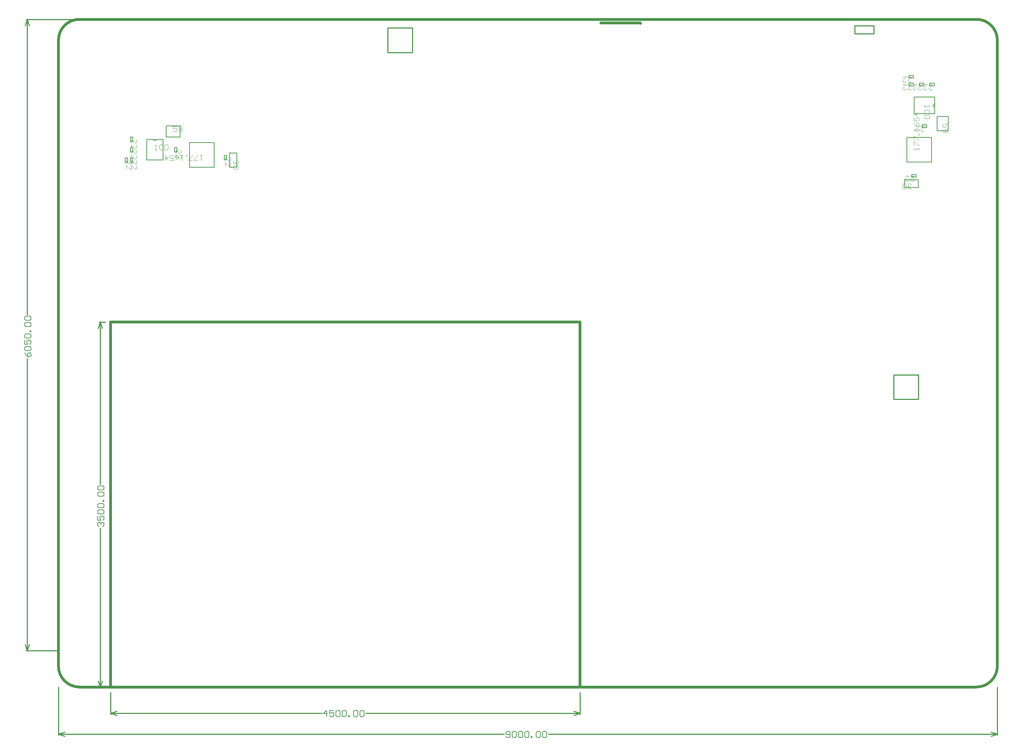
<source format=gm1>
%FSTAX25Y25*%
%MOIN*%
G70*
G01*
G75*
G04 Layer_Color=16711935*
%ADD10C,0.01575*%
G04:AMPARAMS|DCode=11|XSize=62.99mil|YSize=68.9mil|CornerRadius=15.75mil|HoleSize=0mil|Usage=FLASHONLY|Rotation=270.000|XOffset=0mil|YOffset=0mil|HoleType=Round|Shape=RoundedRectangle|*
%AMROUNDEDRECTD11*
21,1,0.06299,0.03740,0,0,270.0*
21,1,0.03150,0.06890,0,0,270.0*
1,1,0.03150,-0.01870,-0.01575*
1,1,0.03150,-0.01870,0.01575*
1,1,0.03150,0.01870,0.01575*
1,1,0.03150,0.01870,-0.01575*
%
%ADD11ROUNDEDRECTD11*%
%ADD12R,0.06890X0.06299*%
G04:AMPARAMS|DCode=13|XSize=35.43mil|YSize=31.5mil|CornerRadius=0mil|HoleSize=0mil|Usage=FLASHONLY|Rotation=225.000|XOffset=0mil|YOffset=0mil|HoleType=Round|Shape=Rectangle|*
%AMROTATEDRECTD13*
4,1,4,0.00139,0.02366,0.02366,0.00139,-0.00139,-0.02366,-0.02366,-0.00139,0.00139,0.02366,0.0*
%
%ADD13ROTATEDRECTD13*%

%ADD14R,0.03543X0.02756*%
%ADD15R,0.03543X0.03150*%
%ADD16R,0.03150X0.03543*%
%ADD17R,0.02756X0.03543*%
%ADD18R,0.05512X0.04331*%
G04:AMPARAMS|DCode=19|XSize=35.43mil|YSize=27.56mil|CornerRadius=0mil|HoleSize=0mil|Usage=FLASHONLY|Rotation=225.000|XOffset=0mil|YOffset=0mil|HoleType=Round|Shape=Rectangle|*
%AMROTATEDRECTD19*
4,1,4,0.00278,0.02227,0.02227,0.00278,-0.00278,-0.02227,-0.02227,-0.00278,0.00278,0.02227,0.0*
%
%ADD19ROTATEDRECTD19*%

%ADD20O,0.07874X0.01969*%
%ADD21O,0.00984X0.03150*%
%ADD22O,0.03150X0.00984*%
%ADD23R,0.07087X0.07087*%
%ADD24R,0.04331X0.06693*%
%ADD25R,0.07087X0.07874*%
G04:AMPARAMS|DCode=26|XSize=70.87mil|YSize=78.74mil|CornerRadius=17.72mil|HoleSize=0mil|Usage=FLASHONLY|Rotation=180.000|XOffset=0mil|YOffset=0mil|HoleType=Round|Shape=RoundedRectangle|*
%AMROUNDEDRECTD26*
21,1,0.07087,0.04331,0,0,180.0*
21,1,0.03543,0.07874,0,0,180.0*
1,1,0.03543,-0.01772,0.02165*
1,1,0.03543,0.01772,0.02165*
1,1,0.03543,0.01772,-0.02165*
1,1,0.03543,-0.01772,-0.02165*
%
%ADD26ROUNDEDRECTD26*%
%ADD27R,0.04331X0.05512*%
%ADD28R,0.29528X0.29528*%
G04:AMPARAMS|DCode=29|XSize=35.43mil|YSize=27.56mil|CornerRadius=0mil|HoleSize=0mil|Usage=FLASHONLY|Rotation=315.000|XOffset=0mil|YOffset=0mil|HoleType=Round|Shape=Rectangle|*
%AMROTATEDRECTD29*
4,1,4,-0.02227,0.00278,-0.00278,0.02227,0.02227,-0.00278,0.00278,-0.02227,-0.02227,0.00278,0.0*
%
%ADD29ROTATEDRECTD29*%

G04:AMPARAMS|DCode=30|XSize=39.37mil|YSize=61.02mil|CornerRadius=9.84mil|HoleSize=0mil|Usage=FLASHONLY|Rotation=225.000|XOffset=0mil|YOffset=0mil|HoleType=Round|Shape=RoundedRectangle|*
%AMROUNDEDRECTD30*
21,1,0.03937,0.04134,0,0,225.0*
21,1,0.01969,0.06102,0,0,225.0*
1,1,0.01969,-0.02158,0.00766*
1,1,0.01969,-0.00766,0.02158*
1,1,0.01969,0.02158,-0.00766*
1,1,0.01969,0.00766,-0.02158*
%
%ADD30ROUNDEDRECTD30*%
G04:AMPARAMS|DCode=31|XSize=39.37mil|YSize=61.02mil|CornerRadius=0mil|HoleSize=0mil|Usage=FLASHONLY|Rotation=225.000|XOffset=0mil|YOffset=0mil|HoleType=Round|Shape=Rectangle|*
%AMROTATEDRECTD31*
4,1,4,-0.00766,0.03550,0.03550,-0.00766,0.00766,-0.03550,-0.03550,0.00766,-0.00766,0.03550,0.0*
%
%ADD31ROTATEDRECTD31*%

G04:AMPARAMS|DCode=32|XSize=35.43mil|YSize=31.5mil|CornerRadius=0mil|HoleSize=0mil|Usage=FLASHONLY|Rotation=315.000|XOffset=0mil|YOffset=0mil|HoleType=Round|Shape=Rectangle|*
%AMROTATEDRECTD32*
4,1,4,-0.02366,0.00139,-0.00139,0.02366,0.02366,-0.00139,0.00139,-0.02366,-0.02366,0.00139,0.0*
%
%ADD32ROTATEDRECTD32*%

G04:AMPARAMS|DCode=33|XSize=39.37mil|YSize=61.02mil|CornerRadius=9.84mil|HoleSize=0mil|Usage=FLASHONLY|Rotation=135.000|XOffset=0mil|YOffset=0mil|HoleType=Round|Shape=RoundedRectangle|*
%AMROUNDEDRECTD33*
21,1,0.03937,0.04134,0,0,135.0*
21,1,0.01969,0.06102,0,0,135.0*
1,1,0.01969,0.00766,0.02158*
1,1,0.01969,0.02158,0.00766*
1,1,0.01969,-0.00766,-0.02158*
1,1,0.01969,-0.02158,-0.00766*
%
%ADD33ROUNDEDRECTD33*%
G04:AMPARAMS|DCode=34|XSize=39.37mil|YSize=61.02mil|CornerRadius=0mil|HoleSize=0mil|Usage=FLASHONLY|Rotation=135.000|XOffset=0mil|YOffset=0mil|HoleType=Round|Shape=Rectangle|*
%AMROTATEDRECTD34*
4,1,4,0.03550,0.00766,-0.00766,-0.03550,-0.03550,-0.00766,0.00766,0.03550,0.03550,0.00766,0.0*
%
%ADD34ROTATEDRECTD34*%

%ADD35O,0.07087X0.00984*%
%ADD36R,0.04400X0.10600*%
G04:AMPARAMS|DCode=37|XSize=39.37mil|YSize=72.84mil|CornerRadius=9.84mil|HoleSize=0mil|Usage=FLASHONLY|Rotation=90.000|XOffset=0mil|YOffset=0mil|HoleType=Round|Shape=RoundedRectangle|*
%AMROUNDEDRECTD37*
21,1,0.03937,0.05315,0,0,90.0*
21,1,0.01969,0.07284,0,0,90.0*
1,1,0.01969,0.02658,0.00984*
1,1,0.01969,0.02658,-0.00984*
1,1,0.01969,-0.02658,-0.00984*
1,1,0.01969,-0.02658,0.00984*
%
%ADD37ROUNDEDRECTD37*%
%ADD38R,0.07284X0.03937*%
%ADD39R,0.07284X0.13780*%
%ADD40R,0.06693X0.04331*%
%ADD41R,0.10600X0.04400*%
G04:AMPARAMS|DCode=42|XSize=70.87mil|YSize=78.74mil|CornerRadius=17.72mil|HoleSize=0mil|Usage=FLASHONLY|Rotation=90.000|XOffset=0mil|YOffset=0mil|HoleType=Round|Shape=RoundedRectangle|*
%AMROUNDEDRECTD42*
21,1,0.07087,0.04331,0,0,90.0*
21,1,0.03543,0.07874,0,0,90.0*
1,1,0.03543,0.02165,0.01772*
1,1,0.03543,0.02165,-0.01772*
1,1,0.03543,-0.02165,-0.01772*
1,1,0.03543,-0.02165,0.01772*
%
%ADD42ROUNDEDRECTD42*%
%ADD43R,0.07874X0.07087*%
%ADD44O,0.09449X0.01772*%
%ADD45O,0.07874X0.01378*%
%ADD46R,0.07874X0.23622*%
%ADD47R,0.02400X0.02200*%
%ADD48R,0.09400X0.12200*%
%ADD49R,0.07800X0.01814*%
%ADD50R,0.07100X0.04400*%
%ADD51R,0.02200X0.02400*%
%ADD52R,0.23622X0.07874*%
G04:AMPARAMS|DCode=53|XSize=27.56mil|YSize=51.18mil|CornerRadius=6.89mil|HoleSize=0mil|Usage=FLASHONLY|Rotation=0.000|XOffset=0mil|YOffset=0mil|HoleType=Round|Shape=RoundedRectangle|*
%AMROUNDEDRECTD53*
21,1,0.02756,0.03740,0,0,0.0*
21,1,0.01378,0.05118,0,0,0.0*
1,1,0.01378,0.00689,-0.01870*
1,1,0.01378,-0.00689,-0.01870*
1,1,0.01378,-0.00689,0.01870*
1,1,0.01378,0.00689,0.01870*
%
%ADD53ROUNDEDRECTD53*%
%ADD54R,0.02756X0.05118*%
%ADD55R,0.02756X0.07087*%
G04:AMPARAMS|DCode=56|XSize=27.56mil|YSize=70.87mil|CornerRadius=6.89mil|HoleSize=0mil|Usage=FLASHONLY|Rotation=180.000|XOffset=0mil|YOffset=0mil|HoleType=Round|Shape=RoundedRectangle|*
%AMROUNDEDRECTD56*
21,1,0.02756,0.05709,0,0,180.0*
21,1,0.01378,0.07087,0,0,180.0*
1,1,0.01378,-0.00689,0.02854*
1,1,0.01378,0.00689,0.02854*
1,1,0.01378,0.00689,-0.02854*
1,1,0.01378,-0.00689,-0.02854*
%
%ADD56ROUNDEDRECTD56*%
G04:AMPARAMS|DCode=57|XSize=31.5mil|YSize=15.75mil|CornerRadius=3.94mil|HoleSize=0mil|Usage=FLASHONLY|Rotation=180.000|XOffset=0mil|YOffset=0mil|HoleType=Round|Shape=RoundedRectangle|*
%AMROUNDEDRECTD57*
21,1,0.03150,0.00787,0,0,180.0*
21,1,0.02362,0.01575,0,0,180.0*
1,1,0.00787,-0.01181,0.00394*
1,1,0.00787,0.01181,0.00394*
1,1,0.00787,0.01181,-0.00394*
1,1,0.00787,-0.01181,-0.00394*
%
%ADD57ROUNDEDRECTD57*%
G04:AMPARAMS|DCode=58|XSize=31.5mil|YSize=15.75mil|CornerRadius=3.94mil|HoleSize=0mil|Usage=FLASHONLY|Rotation=90.000|XOffset=0mil|YOffset=0mil|HoleType=Round|Shape=RoundedRectangle|*
%AMROUNDEDRECTD58*
21,1,0.03150,0.00787,0,0,90.0*
21,1,0.02362,0.01575,0,0,90.0*
1,1,0.00787,0.00394,0.01181*
1,1,0.00787,0.00394,-0.01181*
1,1,0.00787,-0.00394,-0.01181*
1,1,0.00787,-0.00394,0.01181*
%
%ADD58ROUNDEDRECTD58*%
%ADD59R,0.04400X0.07100*%
%ADD60R,0.12200X0.09400*%
%ADD61R,0.01814X0.07800*%
%ADD62R,0.07087X0.02756*%
G04:AMPARAMS|DCode=63|XSize=27.56mil|YSize=70.87mil|CornerRadius=6.89mil|HoleSize=0mil|Usage=FLASHONLY|Rotation=90.000|XOffset=0mil|YOffset=0mil|HoleType=Round|Shape=RoundedRectangle|*
%AMROUNDEDRECTD63*
21,1,0.02756,0.05709,0,0,90.0*
21,1,0.01378,0.07087,0,0,90.0*
1,1,0.01378,0.02854,0.00689*
1,1,0.01378,0.02854,-0.00689*
1,1,0.01378,-0.02854,-0.00689*
1,1,0.01378,-0.02854,0.00689*
%
%ADD63ROUNDEDRECTD63*%
%ADD64R,0.06299X0.06890*%
%ADD65C,0.02500*%
%ADD66C,0.01000*%
%ADD67C,0.09400*%
%ADD68C,0.19685*%
%ADD69C,0.09449*%
%ADD70C,0.06800*%
%ADD71C,0.20000*%
%ADD72C,0.04724*%
%ADD73C,0.06000*%
%ADD74R,0.05906X0.05906*%
%ADD75C,0.05906*%
%ADD76R,0.05906X0.05906*%
%ADD77C,0.07087*%
%ADD78C,0.23622*%
%ADD79C,0.02598*%
%ADD80C,0.04000*%
%ADD81C,0.10200*%
%ADD82C,0.17779*%
%ADD83C,0.11087*%
%ADD84C,0.08200*%
%ADD85C,0.17000*%
%ADD86C,0.07150*%
%ADD87C,0.08724*%
%ADD88C,0.07543*%
%ADD89C,0.07937*%
%ADD90C,0.05299*%
%ADD91C,0.00984*%
%ADD92C,0.02362*%
%ADD93C,0.00600*%
%ADD94C,0.02000*%
%ADD95C,0.00787*%
%ADD96C,0.00800*%
%ADD97C,0.00300*%
%ADD98R,0.02165X0.05512*%
%ADD99R,0.05512X0.02165*%
G04:AMPARAMS|DCode=100|XSize=70.99mil|YSize=76.9mil|CornerRadius=17.75mil|HoleSize=0mil|Usage=FLASHONLY|Rotation=270.000|XOffset=0mil|YOffset=0mil|HoleType=Round|Shape=RoundedRectangle|*
%AMROUNDEDRECTD100*
21,1,0.07099,0.04140,0,0,270.0*
21,1,0.03550,0.07690,0,0,270.0*
1,1,0.03550,-0.02070,-0.01775*
1,1,0.03550,-0.02070,0.01775*
1,1,0.03550,0.02070,0.01775*
1,1,0.03550,0.02070,-0.01775*
%
%ADD100ROUNDEDRECTD100*%
%ADD101R,0.07690X0.07099*%
G04:AMPARAMS|DCode=102|XSize=43.43mil|YSize=39.5mil|CornerRadius=0mil|HoleSize=0mil|Usage=FLASHONLY|Rotation=225.000|XOffset=0mil|YOffset=0mil|HoleType=Round|Shape=Rectangle|*
%AMROTATEDRECTD102*
4,1,4,0.00139,0.02932,0.02932,0.00139,-0.00139,-0.02932,-0.02932,-0.00139,0.00139,0.02932,0.0*
%
%ADD102ROTATEDRECTD102*%

%ADD103R,0.04343X0.03556*%
%ADD104R,0.04343X0.03950*%
%ADD105R,0.03950X0.04343*%
%ADD106R,0.03556X0.04343*%
%ADD107R,0.06312X0.05131*%
G04:AMPARAMS|DCode=108|XSize=43.43mil|YSize=35.56mil|CornerRadius=0mil|HoleSize=0mil|Usage=FLASHONLY|Rotation=225.000|XOffset=0mil|YOffset=0mil|HoleType=Round|Shape=Rectangle|*
%AMROTATEDRECTD108*
4,1,4,0.00278,0.02793,0.02793,0.00278,-0.00278,-0.02793,-0.02793,-0.00278,0.00278,0.02793,0.0*
%
%ADD108ROTATEDRECTD108*%

%ADD109O,0.08674X0.02769*%
%ADD110O,0.01784X0.03950*%
%ADD111O,0.03950X0.01784*%
%ADD112R,0.07887X0.07887*%
%ADD113R,0.05131X0.07493*%
%ADD114R,0.07887X0.08674*%
G04:AMPARAMS|DCode=115|XSize=78.87mil|YSize=86.74mil|CornerRadius=19.72mil|HoleSize=0mil|Usage=FLASHONLY|Rotation=180.000|XOffset=0mil|YOffset=0mil|HoleType=Round|Shape=RoundedRectangle|*
%AMROUNDEDRECTD115*
21,1,0.07887,0.04731,0,0,180.0*
21,1,0.03943,0.08674,0,0,180.0*
1,1,0.03943,-0.01972,0.02365*
1,1,0.03943,0.01972,0.02365*
1,1,0.03943,0.01972,-0.02365*
1,1,0.03943,-0.01972,-0.02365*
%
%ADD115ROUNDEDRECTD115*%
%ADD116R,0.05131X0.06312*%
%ADD117R,0.30328X0.30328*%
G04:AMPARAMS|DCode=118|XSize=43.43mil|YSize=35.56mil|CornerRadius=0mil|HoleSize=0mil|Usage=FLASHONLY|Rotation=315.000|XOffset=0mil|YOffset=0mil|HoleType=Round|Shape=Rectangle|*
%AMROTATEDRECTD118*
4,1,4,-0.02793,0.00278,-0.00278,0.02793,0.02793,-0.00278,0.00278,-0.02793,-0.02793,0.00278,0.0*
%
%ADD118ROTATEDRECTD118*%

G04:AMPARAMS|DCode=119|XSize=47.37mil|YSize=69.02mil|CornerRadius=11.84mil|HoleSize=0mil|Usage=FLASHONLY|Rotation=225.000|XOffset=0mil|YOffset=0mil|HoleType=Round|Shape=RoundedRectangle|*
%AMROUNDEDRECTD119*
21,1,0.04737,0.04534,0,0,225.0*
21,1,0.02369,0.06902,0,0,225.0*
1,1,0.02369,-0.02440,0.00766*
1,1,0.02369,-0.00766,0.02440*
1,1,0.02369,0.02440,-0.00766*
1,1,0.02369,0.00766,-0.02440*
%
%ADD119ROUNDEDRECTD119*%
G04:AMPARAMS|DCode=120|XSize=47.37mil|YSize=69.02mil|CornerRadius=0mil|HoleSize=0mil|Usage=FLASHONLY|Rotation=225.000|XOffset=0mil|YOffset=0mil|HoleType=Round|Shape=Rectangle|*
%AMROTATEDRECTD120*
4,1,4,-0.00766,0.04115,0.04115,-0.00766,0.00766,-0.04115,-0.04115,0.00766,-0.00766,0.04115,0.0*
%
%ADD120ROTATEDRECTD120*%

G04:AMPARAMS|DCode=121|XSize=43.43mil|YSize=39.5mil|CornerRadius=0mil|HoleSize=0mil|Usage=FLASHONLY|Rotation=315.000|XOffset=0mil|YOffset=0mil|HoleType=Round|Shape=Rectangle|*
%AMROTATEDRECTD121*
4,1,4,-0.02932,0.00139,-0.00139,0.02932,0.02932,-0.00139,0.00139,-0.02932,-0.02932,0.00139,0.0*
%
%ADD121ROTATEDRECTD121*%

G04:AMPARAMS|DCode=122|XSize=47.37mil|YSize=69.02mil|CornerRadius=11.84mil|HoleSize=0mil|Usage=FLASHONLY|Rotation=135.000|XOffset=0mil|YOffset=0mil|HoleType=Round|Shape=RoundedRectangle|*
%AMROUNDEDRECTD122*
21,1,0.04737,0.04534,0,0,135.0*
21,1,0.02369,0.06902,0,0,135.0*
1,1,0.02369,0.00766,0.02440*
1,1,0.02369,0.02440,0.00766*
1,1,0.02369,-0.00766,-0.02440*
1,1,0.02369,-0.02440,-0.00766*
%
%ADD122ROUNDEDRECTD122*%
G04:AMPARAMS|DCode=123|XSize=47.37mil|YSize=69.02mil|CornerRadius=0mil|HoleSize=0mil|Usage=FLASHONLY|Rotation=135.000|XOffset=0mil|YOffset=0mil|HoleType=Round|Shape=Rectangle|*
%AMROTATEDRECTD123*
4,1,4,0.04115,0.00766,-0.00766,-0.04115,-0.04115,-0.00766,0.00766,0.04115,0.04115,0.00766,0.0*
%
%ADD123ROTATEDRECTD123*%

%ADD124O,0.07887X0.01784*%
%ADD125R,0.05200X0.11400*%
G04:AMPARAMS|DCode=126|XSize=47.37mil|YSize=80.83mil|CornerRadius=11.84mil|HoleSize=0mil|Usage=FLASHONLY|Rotation=90.000|XOffset=0mil|YOffset=0mil|HoleType=Round|Shape=RoundedRectangle|*
%AMROUNDEDRECTD126*
21,1,0.04737,0.05715,0,0,90.0*
21,1,0.02369,0.08083,0,0,90.0*
1,1,0.02369,0.02858,0.01184*
1,1,0.02369,0.02858,-0.01184*
1,1,0.02369,-0.02858,-0.01184*
1,1,0.02369,-0.02858,0.01184*
%
%ADD126ROUNDEDRECTD126*%
%ADD127R,0.08083X0.04737*%
%ADD128R,0.08083X0.14579*%
%ADD129R,0.07493X0.05131*%
%ADD130R,0.11400X0.05200*%
G04:AMPARAMS|DCode=131|XSize=78.87mil|YSize=86.74mil|CornerRadius=19.72mil|HoleSize=0mil|Usage=FLASHONLY|Rotation=90.000|XOffset=0mil|YOffset=0mil|HoleType=Round|Shape=RoundedRectangle|*
%AMROUNDEDRECTD131*
21,1,0.07887,0.04731,0,0,90.0*
21,1,0.03943,0.08674,0,0,90.0*
1,1,0.03943,0.02365,0.01972*
1,1,0.03943,0.02365,-0.01972*
1,1,0.03943,-0.02365,-0.01972*
1,1,0.03943,-0.02365,0.01972*
%
%ADD131ROUNDEDRECTD131*%
%ADD132R,0.08674X0.07887*%
%ADD133O,0.10249X0.02572*%
%ADD134O,0.08674X0.02178*%
%ADD135R,0.08674X0.24422*%
%ADD136R,0.03200X0.03000*%
%ADD137R,0.10200X0.13000*%
%ADD138R,0.08600X0.02614*%
%ADD139R,0.07900X0.05200*%
%ADD140R,0.03000X0.03200*%
%ADD141R,0.24422X0.08674*%
G04:AMPARAMS|DCode=142|XSize=35.56mil|YSize=59.18mil|CornerRadius=8.89mil|HoleSize=0mil|Usage=FLASHONLY|Rotation=0.000|XOffset=0mil|YOffset=0mil|HoleType=Round|Shape=RoundedRectangle|*
%AMROUNDEDRECTD142*
21,1,0.03556,0.04140,0,0,0.0*
21,1,0.01778,0.05918,0,0,0.0*
1,1,0.01778,0.00889,-0.02070*
1,1,0.01778,-0.00889,-0.02070*
1,1,0.01778,-0.00889,0.02070*
1,1,0.01778,0.00889,0.02070*
%
%ADD142ROUNDEDRECTD142*%
%ADD143R,0.03556X0.05918*%
%ADD144R,0.03556X0.07887*%
G04:AMPARAMS|DCode=145|XSize=35.56mil|YSize=78.87mil|CornerRadius=8.89mil|HoleSize=0mil|Usage=FLASHONLY|Rotation=180.000|XOffset=0mil|YOffset=0mil|HoleType=Round|Shape=RoundedRectangle|*
%AMROUNDEDRECTD145*
21,1,0.03556,0.06109,0,0,180.0*
21,1,0.01778,0.07887,0,0,180.0*
1,1,0.01778,-0.00889,0.03054*
1,1,0.01778,0.00889,0.03054*
1,1,0.01778,0.00889,-0.03054*
1,1,0.01778,-0.00889,-0.03054*
%
%ADD145ROUNDEDRECTD145*%
G04:AMPARAMS|DCode=146|XSize=39.5mil|YSize=23.75mil|CornerRadius=5.94mil|HoleSize=0mil|Usage=FLASHONLY|Rotation=180.000|XOffset=0mil|YOffset=0mil|HoleType=Round|Shape=RoundedRectangle|*
%AMROUNDEDRECTD146*
21,1,0.03950,0.01187,0,0,180.0*
21,1,0.02762,0.02375,0,0,180.0*
1,1,0.01187,-0.01381,0.00594*
1,1,0.01187,0.01381,0.00594*
1,1,0.01187,0.01381,-0.00594*
1,1,0.01187,-0.01381,-0.00594*
%
%ADD146ROUNDEDRECTD146*%
G04:AMPARAMS|DCode=147|XSize=39.5mil|YSize=23.75mil|CornerRadius=5.94mil|HoleSize=0mil|Usage=FLASHONLY|Rotation=90.000|XOffset=0mil|YOffset=0mil|HoleType=Round|Shape=RoundedRectangle|*
%AMROUNDEDRECTD147*
21,1,0.03950,0.01187,0,0,90.0*
21,1,0.02762,0.02375,0,0,90.0*
1,1,0.01187,0.00594,0.01381*
1,1,0.01187,0.00594,-0.01381*
1,1,0.01187,-0.00594,-0.01381*
1,1,0.01187,-0.00594,0.01381*
%
%ADD147ROUNDEDRECTD147*%
%ADD148R,0.05200X0.07900*%
%ADD149R,0.13000X0.10200*%
%ADD150R,0.02614X0.08600*%
%ADD151R,0.07887X0.03556*%
G04:AMPARAMS|DCode=152|XSize=35.56mil|YSize=78.87mil|CornerRadius=8.89mil|HoleSize=0mil|Usage=FLASHONLY|Rotation=90.000|XOffset=0mil|YOffset=0mil|HoleType=Round|Shape=RoundedRectangle|*
%AMROUNDEDRECTD152*
21,1,0.03556,0.06109,0,0,90.0*
21,1,0.01778,0.07887,0,0,90.0*
1,1,0.01778,0.03054,0.00889*
1,1,0.01778,0.03054,-0.00889*
1,1,0.01778,-0.03054,-0.00889*
1,1,0.01778,-0.03054,0.00889*
%
%ADD152ROUNDEDRECTD152*%
%ADD153R,0.07099X0.07690*%
%ADD154C,0.20485*%
%ADD155C,0.10249*%
%ADD156C,0.07600*%
%ADD157C,0.20800*%
%ADD158C,0.05524*%
%ADD159R,0.06706X0.06706*%
%ADD160C,0.06706*%
%ADD161R,0.06706X0.06706*%
%ADD162C,0.07887*%
%ADD163C,0.24422*%
%ADD164C,0.03398*%
D65*
X098Y01D02*
G03*
X1Y012I0J002D01*
G01*
Y072D02*
G03*
X098Y074I-002J0D01*
G01*
X012D02*
G03*
X01Y072I0J-002D01*
G01*
Y012D02*
G03*
X012Y01I002J0D01*
G01*
X1Y057D02*
Y072D01*
Y012D02*
Y027D01*
X01Y071D02*
Y072D01*
X1Y027D02*
Y057D01*
X0657598Y0736654D02*
X0657992Y073626D01*
X0619803Y0736654D02*
X0657598D01*
X015Y01D02*
Y045D01*
Y01D02*
X06D01*
Y045D01*
X015D02*
X06D01*
X068Y01D02*
X098D01*
X1Y012D02*
Y057D01*
X012Y01D02*
X068D01*
X012Y074D02*
X098D01*
X01Y012D02*
Y071D01*
D66*
X0139Y045D02*
X0145D01*
X0121Y01D02*
X0141D01*
X014Y0294494D02*
Y045D01*
Y01D02*
Y0252306D01*
X0138Y0444D02*
X014Y045D01*
X0142Y0444D01*
X014Y01D02*
X0142Y0106D01*
X0138D02*
X014Y01D01*
X06Y0074D02*
Y0095D01*
X015Y0074D02*
Y0095D01*
X0394494Y0075D02*
X06D01*
X015D02*
X0352306D01*
X0594Y0077D02*
X06Y0075D01*
X0594Y0073D02*
X06Y0075D01*
X015D02*
X0156Y0073D01*
X015Y0075D02*
X0156Y0077D01*
X0069Y074D02*
X0115D01*
X0069Y0135D02*
X01D01*
X007Y0456994D02*
Y074D01*
Y0135D02*
Y0414806D01*
X0068Y0734D02*
X007Y074D01*
X0072Y0734D01*
X007Y0135D02*
X0072Y0141D01*
X0068D02*
X007Y0135D01*
X1Y0054D02*
Y01D01*
X01Y0054D02*
Y01D01*
X0569494Y0055D02*
X1D01*
X01D02*
X0527306D01*
X0994Y0057D02*
X1Y0055D01*
X0994Y0053D02*
X1Y0055D01*
X01D02*
X0106Y0053D01*
X01Y0055D02*
X0106Y0057D01*
X0900689Y0375689D02*
Y0399311D01*
Y0375689D02*
X0924311D01*
Y0399311D01*
X0900689D02*
X0924311D01*
X0415689Y0708189D02*
X0439311D01*
Y0731811D01*
X0415689D02*
X0439311D01*
X0415689Y0708189D02*
Y0731811D01*
X0863445Y0726063D02*
Y0733937D01*
X0881555D01*
Y0726063D02*
Y0733937D01*
X0863445Y0726063D02*
X0881555D01*
D93*
X0191192Y062485D02*
G03*
X0193808Y062485I0001308J0D01*
G01*
X093985Y0658808D02*
G03*
X093985Y0656192I0J-0001308D01*
G01*
X02033Y06272D02*
Y06378D01*
Y06272D02*
X02167D01*
Y06378D01*
X02033D02*
X02167D01*
X09422Y06467D02*
X09528D01*
X09422Y06333D02*
Y06467D01*
Y06333D02*
X09528D01*
Y06467D01*
X0225689Y0598189D02*
X0249311D01*
X0225689D02*
Y0621811D01*
X0249311D01*
Y0598189D02*
Y0621811D01*
X02113Y061715D02*
X02137D01*
X02113Y061285D02*
Y061715D01*
Y061285D02*
X02137D01*
Y061715D01*
X018465Y062485D02*
X020035D01*
Y060515D02*
Y062485D01*
X018465Y060515D02*
X020035D01*
X018465D02*
Y062485D01*
X01688Y062715D02*
X01712D01*
X01688Y062285D02*
Y062715D01*
Y062285D02*
X01712D01*
Y062715D01*
X01688Y061715D02*
X01712D01*
X01688Y061285D02*
Y061715D01*
Y061285D02*
X01712D01*
Y061715D01*
X01638Y060715D02*
X01662D01*
X01638Y060285D02*
Y060715D01*
Y060285D02*
X01662D01*
Y060715D01*
X01688D02*
X01712D01*
X01688Y060285D02*
Y060715D01*
Y060285D02*
X01712D01*
Y060715D01*
X02588Y060965D02*
X02612D01*
X02588Y060535D02*
Y060965D01*
Y060535D02*
X02612D01*
Y060965D01*
X027105Y05983D02*
Y06117D01*
X026395Y05983D02*
X027105D01*
X026395D02*
Y06117D01*
X027105D01*
X093215Y06363D02*
Y06387D01*
X092785D02*
X093215D01*
X092785Y06363D02*
Y06387D01*
Y06363D02*
X093215D01*
X0913189Y0603189D02*
Y0626811D01*
X0936811D01*
Y0603189D02*
Y0626811D01*
X0913189Y0603189D02*
X0936811D01*
X091965Y06838D02*
Y06862D01*
X091535D02*
X091965D01*
X091535Y06838D02*
Y06862D01*
Y06838D02*
X091965D01*
Y06763D02*
Y06787D01*
X091535D02*
X091965D01*
X091535Y06763D02*
Y06787D01*
Y06763D02*
X091965D01*
X092965D02*
Y06787D01*
X092535D02*
X092965D01*
X092535Y06763D02*
Y06787D01*
Y06763D02*
X092965D01*
X093965D02*
Y06787D01*
X093535D02*
X093965D01*
X093535Y06763D02*
Y06787D01*
Y06763D02*
X093965D01*
X09108Y057895D02*
X09242D01*
X09108D02*
Y058605D01*
X09242D01*
Y057895D02*
Y058605D01*
X092215Y05888D02*
Y05912D01*
X091785D02*
X092215D01*
X091785Y05888D02*
Y05912D01*
Y05888D02*
X092215D01*
X093985Y064965D02*
Y066535D01*
X092015Y064965D02*
X093985D01*
X092015D02*
Y066535D01*
X093985D01*
X0138601Y0253906D02*
X0137601Y0254906D01*
Y0256905D01*
X0138601Y0257905D01*
X01396D01*
X01406Y0256905D01*
Y0255906D01*
Y0256905D01*
X01416Y0257905D01*
X0142599D01*
X0143599Y0256905D01*
Y0254906D01*
X0142599Y0253906D01*
X0137601Y0263903D02*
Y0259904D01*
X01406D01*
X01396Y0261904D01*
Y0262903D01*
X01406Y0263903D01*
X0142599D01*
X0143599Y0262903D01*
Y0260904D01*
X0142599Y0259904D01*
X0138601Y0265902D02*
X0137601Y0266902D01*
Y0268901D01*
X0138601Y0269901D01*
X0142599D01*
X0143599Y0268901D01*
Y0266902D01*
X0142599Y0265902D01*
X0138601D01*
Y0271901D02*
X0137601Y02729D01*
Y02749D01*
X0138601Y0275899D01*
X0142599D01*
X0143599Y02749D01*
Y02729D01*
X0142599Y0271901D01*
X0138601D01*
X0143599Y0277899D02*
X0142599D01*
Y0278898D01*
X0143599D01*
Y0277899D01*
X0138601Y0282897D02*
X0137601Y0283897D01*
Y0285896D01*
X0138601Y0286896D01*
X0142599D01*
X0143599Y0285896D01*
Y0283897D01*
X0142599Y0282897D01*
X0138601D01*
Y0288895D02*
X0137601Y0289895D01*
Y0291894D01*
X0138601Y0292894D01*
X0142599D01*
X0143599Y0291894D01*
Y0289895D01*
X0142599Y0288895D01*
X0138601D01*
X0356905Y0071401D02*
Y0077399D01*
X0353906Y00744D01*
X0357905D01*
X0363903Y0077399D02*
X0359904D01*
Y00744D01*
X0361904Y00754D01*
X0362903D01*
X0363903Y00744D01*
Y0072401D01*
X0362903Y0071401D01*
X0360904D01*
X0359904Y0072401D01*
X0365902Y0076399D02*
X0366902Y0077399D01*
X0368901D01*
X0369901Y0076399D01*
Y0072401D01*
X0368901Y0071401D01*
X0366902D01*
X0365902Y0072401D01*
Y0076399D01*
X0371901D02*
X03729Y0077399D01*
X03749D01*
X0375899Y0076399D01*
Y0072401D01*
X03749Y0071401D01*
X03729D01*
X0371901Y0072401D01*
Y0076399D01*
X0377899Y0071401D02*
Y0072401D01*
X0378898D01*
Y0071401D01*
X0377899D01*
X0382897Y0076399D02*
X0383897Y0077399D01*
X0385896D01*
X0386896Y0076399D01*
Y0072401D01*
X0385896Y0071401D01*
X0383897D01*
X0382897Y0072401D01*
Y0076399D01*
X0388895D02*
X0389895Y0077399D01*
X0391894D01*
X0392894Y0076399D01*
Y0072401D01*
X0391894Y0071401D01*
X0389895D01*
X0388895Y0072401D01*
Y0076399D01*
X0067601Y0420405D02*
X0068601Y0418406D01*
X00706Y0416406D01*
X0072599D01*
X0073599Y0417406D01*
Y0419405D01*
X0072599Y0420405D01*
X00716D01*
X00706Y0419405D01*
Y0416406D01*
X0068601Y0422404D02*
X0067601Y0423404D01*
Y0425403D01*
X0068601Y0426403D01*
X0072599D01*
X0073599Y0425403D01*
Y0423404D01*
X0072599Y0422404D01*
X0068601D01*
X0067601Y0432401D02*
Y0428402D01*
X00706D01*
X00696Y0430402D01*
Y0431401D01*
X00706Y0432401D01*
X0072599D01*
X0073599Y0431401D01*
Y0429402D01*
X0072599Y0428402D01*
X0068601Y0434401D02*
X0067601Y04354D01*
Y0437399D01*
X0068601Y0438399D01*
X0072599D01*
X0073599Y0437399D01*
Y04354D01*
X0072599Y0434401D01*
X0068601D01*
X0073599Y0440399D02*
X0072599D01*
Y0441398D01*
X0073599D01*
Y0440399D01*
X0068601Y0445397D02*
X0067601Y0446397D01*
Y0448396D01*
X0068601Y0449396D01*
X0072599D01*
X0073599Y0448396D01*
Y0446397D01*
X0072599Y0445397D01*
X0068601D01*
Y0451395D02*
X0067601Y0452395D01*
Y0454394D01*
X0068601Y0455394D01*
X0072599D01*
X0073599Y0454394D01*
Y0452395D01*
X0072599Y0451395D01*
X0068601D01*
X0528906Y0052401D02*
X0529906Y0051401D01*
X0531905D01*
X0532905Y0052401D01*
Y0056399D01*
X0531905Y0057399D01*
X0529906D01*
X0528906Y0056399D01*
Y00554D01*
X0529906Y00544D01*
X0532905D01*
X0534904Y0056399D02*
X0535904Y0057399D01*
X0537903D01*
X0538903Y0056399D01*
Y0052401D01*
X0537903Y0051401D01*
X0535904D01*
X0534904Y0052401D01*
Y0056399D01*
X0540902D02*
X0541902Y0057399D01*
X0543901D01*
X0544901Y0056399D01*
Y0052401D01*
X0543901Y0051401D01*
X0541902D01*
X0540902Y0052401D01*
Y0056399D01*
X0546901D02*
X05479Y0057399D01*
X0549899D01*
X0550899Y0056399D01*
Y0052401D01*
X0549899Y0051401D01*
X05479D01*
X0546901Y0052401D01*
Y0056399D01*
X0552899Y0051401D02*
Y0052401D01*
X0553898D01*
Y0051401D01*
X0552899D01*
X0557897Y0056399D02*
X0558897Y0057399D01*
X0560896D01*
X0561896Y0056399D01*
Y0052401D01*
X0560896Y0051401D01*
X0558897D01*
X0557897Y0052401D01*
Y0056399D01*
X0563895D02*
X0564895Y0057399D01*
X0566894D01*
X0567894Y0056399D01*
Y0052401D01*
X0566894Y0051401D01*
X0564895D01*
X0563895Y0052401D01*
Y0056399D01*
D97*
X0213332Y0637498D02*
X021D01*
Y0634999D01*
X0211666Y0635832D01*
X0212499D01*
X0213332Y0634999D01*
Y0633333D01*
X0212499Y06325D01*
X0210833D01*
X021Y0633333D01*
X0214998D02*
X0215831Y06325D01*
X0217498D01*
X0218331Y0633333D01*
Y0636665D01*
X0217498Y0637498D01*
X0215831D01*
X0214998Y0636665D01*
Y0635832D01*
X0215831Y0634999D01*
X0218331D01*
X0952498Y0636668D02*
Y064D01*
X0949999D01*
X0950832Y0638334D01*
Y0637501D01*
X0949999Y0636668D01*
X0948333D01*
X09475Y0637501D01*
Y0639167D01*
X0948333Y064D01*
Y0635002D02*
X09475Y0634169D01*
Y0632502D01*
X0948333Y0631669D01*
X0951665D01*
X0952498Y0632502D01*
Y0634169D01*
X0951665Y0635002D01*
X0950832D01*
X0949999Y0634169D01*
Y0631669D01*
X02375Y061D02*
X0235834D01*
X0236667D01*
Y0605002D01*
X02375Y0605835D01*
X0233335Y0605002D02*
X0230002D01*
Y0605835D01*
X0233335Y0609167D01*
Y061D01*
X0228336Y0605002D02*
X0225004D01*
Y0605835D01*
X0228336Y0609167D01*
Y061D01*
X0223338D02*
Y0609167D01*
X0222505D01*
Y061D01*
X0223338D01*
X0219173D02*
X0217507D01*
X0218339D01*
Y0605002D01*
X0219173Y0605835D01*
X0211675Y0605002D02*
X0213341Y0605835D01*
X0215007Y0607501D01*
Y0609167D01*
X0214174Y061D01*
X0212508D01*
X0211675Y0609167D01*
Y0608334D01*
X0212508Y0607501D01*
X0215007D01*
X0206677Y0605002D02*
X0210009D01*
Y0607501D01*
X0208343Y0606668D01*
X020751D01*
X0206677Y0607501D01*
Y0609167D01*
X020751Y061D01*
X0209176D01*
X0210009Y0609167D01*
X0202511Y061D02*
Y0605002D01*
X0205011Y0607501D01*
X0201678D01*
X02125Y0611668D02*
Y0615D01*
X0215832Y0611668D01*
X0216665D01*
X0217498Y0612501D01*
Y0614167D01*
X0216665Y0615D01*
X02125Y0606669D02*
Y0610002D01*
X0215832Y0606669D01*
X0216665D01*
X0217498Y0607502D01*
Y0609169D01*
X0216665Y0610002D01*
X01925Y0615D02*
X0194166D01*
X0193333D01*
Y0619998D01*
X01925Y0619165D01*
X0196665D02*
X0197498Y0619998D01*
X0199164D01*
X0199998Y0619165D01*
Y0615833D01*
X0199164Y0615D01*
X0197498D01*
X0196665Y0615833D01*
Y0619165D01*
X0201664D02*
X0202497Y0619998D01*
X0204163D01*
X0204996Y0619165D01*
Y0615833D01*
X0204163Y0615D01*
X0202497D01*
X0201664Y0615833D01*
Y0619165D01*
X017Y0621668D02*
Y0625D01*
X0173332Y0621668D01*
X0174165D01*
X0174998Y0622501D01*
Y0624167D01*
X0174165Y0625D01*
X017Y0616669D02*
Y0620002D01*
X0173332Y0616669D01*
X0174165D01*
X0174998Y0617502D01*
Y0619169D01*
X0174165Y0620002D01*
X017Y0611668D02*
Y0615D01*
X0173332Y0611668D01*
X0174165D01*
X0174998Y0612501D01*
Y0614167D01*
X0174165Y0615D01*
X017Y0606669D02*
Y0610002D01*
X0173332Y0606669D01*
X0174165D01*
X0174998Y0607502D01*
Y0609169D01*
X0174165Y0610002D01*
X0165Y0601668D02*
Y0605D01*
X0168332Y0601668D01*
X0169165D01*
X0169998Y0602501D01*
Y0604167D01*
X0169165Y0605D01*
X0165Y0596669D02*
Y0600002D01*
X0168332Y0596669D01*
X0169165D01*
X0169998Y0597502D01*
Y0599169D01*
X0169165Y0600002D01*
X017Y0601668D02*
Y0605D01*
X0173332Y0601668D01*
X0174165D01*
X0174998Y0602501D01*
Y0604167D01*
X0174165Y0605D01*
X017Y0596669D02*
Y0600002D01*
X0173332Y0596669D01*
X0174165D01*
X0174998Y0597502D01*
Y0599169D01*
X0174165Y0600002D01*
X026Y0604168D02*
Y06075D01*
X0263332Y0604168D01*
X0264165D01*
X0264998Y0605001D01*
Y0606667D01*
X0264165Y06075D01*
X026Y0599169D02*
Y0602502D01*
X0263332Y0599169D01*
X0264165D01*
X0264998Y0600002D01*
Y0601669D01*
X0264165Y0602502D01*
X0271665Y0605D02*
X0272498Y0604167D01*
Y0602501D01*
X0271665Y0601668D01*
X0270832D01*
X0269999Y0602501D01*
Y0603334D01*
Y0602501D01*
X0269166Y0601668D01*
X0268333D01*
X02675Y0602501D01*
Y0604167D01*
X0268333Y0605D01*
X0271665Y0600002D02*
X0272498Y0599169D01*
Y0597502D01*
X0271665Y0596669D01*
X0268333D01*
X02675Y0597502D01*
Y0599169D01*
X0268333Y0600002D01*
X0271665D01*
X0926668Y06375D02*
X093D01*
X0926668Y0634168D01*
Y0633335D01*
X0927501Y0632502D01*
X0929167D01*
X093Y0633335D01*
X0921669Y06375D02*
X0925002D01*
X0921669Y0634168D01*
Y0633335D01*
X0922502Y0632502D01*
X0924169D01*
X0925002Y0633335D01*
X0925Y0615D02*
Y0616666D01*
Y0615833D01*
X0920002D01*
X0920835Y0615D01*
X0920002Y0619165D02*
Y0622498D01*
X0920835D01*
X0924167Y0619165D01*
X0925D01*
X0920002Y0624164D02*
Y0627496D01*
X0920835D01*
X0924167Y0624164D01*
X0925D01*
Y0629162D02*
X0924167D01*
Y0629995D01*
X0925D01*
Y0629162D01*
Y0633327D02*
Y0634994D01*
Y0634161D01*
X0920002D01*
X0920835Y0633327D01*
X0920002Y0640825D02*
X0920835Y0639159D01*
X0922501Y0637493D01*
X0924167D01*
X0925Y0638326D01*
Y0639992D01*
X0924167Y0640825D01*
X0923334D01*
X0922501Y0639992D01*
Y0637493D01*
X0920002Y0645823D02*
Y0642491D01*
X0922501D01*
X0921668Y0644157D01*
Y064499D01*
X0922501Y0645823D01*
X0924167D01*
X0925Y064499D01*
Y0643324D01*
X0924167Y0642491D01*
X0925Y0649989D02*
X0920002D01*
X0922501Y064749D01*
Y0650822D01*
X0914168Y0685D02*
X09175D01*
X0914168Y0681668D01*
Y0680835D01*
X0915001Y0680002D01*
X0916667D01*
X09175Y0680835D01*
X0909169Y0685D02*
X0912502D01*
X0909169Y0681668D01*
Y0680835D01*
X0910002Y0680002D01*
X0911669D01*
X0912502Y0680835D01*
X0914168Y06775D02*
X09175D01*
X0914168Y0674168D01*
Y0673335D01*
X0915001Y0672502D01*
X0916667D01*
X09175Y0673335D01*
X0909169Y06775D02*
X0912502D01*
X0909169Y0674168D01*
Y0673335D01*
X0910002Y0672502D01*
X0911669D01*
X0912502Y0673335D01*
X0924168Y06775D02*
X09275D01*
X0924168Y0674168D01*
Y0673335D01*
X0925001Y0672502D01*
X0926667D01*
X09275Y0673335D01*
X0919169Y06775D02*
X0922502D01*
X0919169Y0674168D01*
Y0673335D01*
X0920002Y0672502D01*
X0921669D01*
X0922502Y0673335D01*
X0934168Y06775D02*
X09375D01*
X0934168Y0674168D01*
Y0673335D01*
X0935001Y0672502D01*
X0936667D01*
X09375Y0673335D01*
X0929169Y06775D02*
X0932502D01*
X0929169Y0674168D01*
Y0673335D01*
X0930002Y0672502D01*
X0931669D01*
X0932502Y0673335D01*
X09175Y0578335D02*
X0916667Y0577502D01*
X0915001D01*
X0914168Y0578335D01*
Y0579168D01*
X0915001Y0580001D01*
X0915834D01*
X0915001D01*
X0914168Y0580834D01*
Y0581667D01*
X0915001Y05825D01*
X0916667D01*
X09175Y0581667D01*
X0912502Y0578335D02*
X0911669Y0577502D01*
X0910002D01*
X0909169Y0578335D01*
Y0581667D01*
X0910002Y05825D01*
X0911669D01*
X0912502Y0581667D01*
Y0578335D01*
X0916668Y059D02*
X092D01*
X0916668Y0586668D01*
Y0585835D01*
X0917501Y0585002D01*
X0919167D01*
X092Y0585835D01*
X0911669Y059D02*
X0915002D01*
X0911669Y0586668D01*
Y0585835D01*
X0912502Y0585002D01*
X0914169D01*
X0915002Y0585835D01*
X093Y06575D02*
Y0655834D01*
Y0656667D01*
X0934998D01*
X0934165Y06575D01*
Y0653335D02*
X0934998Y0652502D01*
Y0650836D01*
X0934165Y0650002D01*
X0930833D01*
X093Y0650836D01*
Y0652502D01*
X0930833Y0653335D01*
X0934165D01*
Y0648336D02*
X0934998Y0647503D01*
Y0645837D01*
X0934165Y0645004D01*
X0930833D01*
X093Y0645837D01*
Y0647503D01*
X0930833Y0648336D01*
X0934165D01*
M02*

</source>
